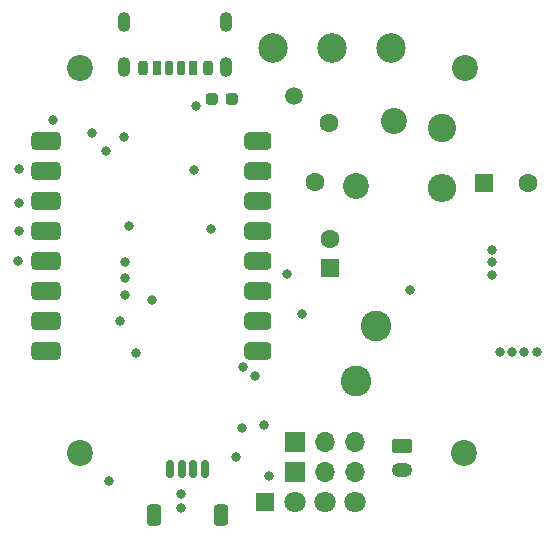
<source format=gbr>
%TF.GenerationSoftware,KiCad,Pcbnew,8.0.8*%
%TF.CreationDate,2025-02-25T00:33:20+03:00*%
%TF.ProjectId,SMHome_UniversalRound_ESP32_C3_Mini_v3,534d486f-6d65-45f5-956e-697665727361,12*%
%TF.SameCoordinates,Original*%
%TF.FileFunction,Soldermask,Top*%
%TF.FilePolarity,Negative*%
%FSLAX46Y46*%
G04 Gerber Fmt 4.6, Leading zero omitted, Abs format (unit mm)*
G04 Created by KiCad (PCBNEW 8.0.8) date 2025-02-25 00:33:20*
%MOMM*%
%LPD*%
G01*
G04 APERTURE LIST*
G04 Aperture macros list*
%AMRoundRect*
0 Rectangle with rounded corners*
0 $1 Rounding radius*
0 $2 $3 $4 $5 $6 $7 $8 $9 X,Y pos of 4 corners*
0 Add a 4 corners polygon primitive as box body*
4,1,4,$2,$3,$4,$5,$6,$7,$8,$9,$2,$3,0*
0 Add four circle primitives for the rounded corners*
1,1,$1+$1,$2,$3*
1,1,$1+$1,$4,$5*
1,1,$1+$1,$6,$7*
1,1,$1+$1,$8,$9*
0 Add four rect primitives between the rounded corners*
20,1,$1+$1,$2,$3,$4,$5,0*
20,1,$1+$1,$4,$5,$6,$7,0*
20,1,$1+$1,$6,$7,$8,$9,0*
20,1,$1+$1,$8,$9,$2,$3,0*%
G04 Aperture macros list end*
%ADD10R,1.700000X1.700000*%
%ADD11O,1.700000X1.700000*%
%ADD12C,2.400000*%
%ADD13O,2.400000X2.400000*%
%ADD14RoundRect,0.175000X0.175000X0.425000X-0.175000X0.425000X-0.175000X-0.425000X0.175000X-0.425000X0*%
%ADD15RoundRect,0.190000X-0.190000X-0.410000X0.190000X-0.410000X0.190000X0.410000X-0.190000X0.410000X0*%
%ADD16RoundRect,0.200000X-0.200000X-0.400000X0.200000X-0.400000X0.200000X0.400000X-0.200000X0.400000X0*%
%ADD17RoundRect,0.175000X-0.175000X-0.425000X0.175000X-0.425000X0.175000X0.425000X-0.175000X0.425000X0*%
%ADD18RoundRect,0.190000X0.190000X0.410000X-0.190000X0.410000X-0.190000X-0.410000X0.190000X-0.410000X0*%
%ADD19RoundRect,0.200000X0.200000X0.400000X-0.200000X0.400000X-0.200000X-0.400000X0.200000X-0.400000X0*%
%ADD20O,1.100000X1.700000*%
%ADD21C,2.200000*%
%ADD22RoundRect,0.237500X-0.287500X-0.237500X0.287500X-0.237500X0.287500X0.237500X-0.287500X0.237500X0*%
%ADD23R,1.600000X1.600000*%
%ADD24C,1.600000*%
%ADD25C,2.600000*%
%ADD26RoundRect,0.381000X-0.762000X-0.381000X0.762000X-0.381000X0.762000X0.381000X-0.762000X0.381000X0*%
%ADD27RoundRect,0.381000X-0.869000X-0.381000X0.869000X-0.381000X0.869000X0.381000X-0.869000X0.381000X0*%
%ADD28C,2.500000*%
%ADD29R,1.650000X1.650000*%
%ADD30C,1.800000*%
%ADD31RoundRect,0.150000X-0.150000X-0.625000X0.150000X-0.625000X0.150000X0.625000X-0.150000X0.625000X0*%
%ADD32RoundRect,0.250000X-0.350000X-0.650000X0.350000X-0.650000X0.350000X0.650000X-0.350000X0.650000X0*%
%ADD33RoundRect,0.250000X-0.625000X0.350000X-0.625000X-0.350000X0.625000X-0.350000X0.625000X0.350000X0*%
%ADD34O,1.750000X1.200000*%
%ADD35C,0.800000*%
%ADD36C,1.500000*%
G04 APERTURE END LIST*
D10*
%TO.C,J1*%
X1903600Y-15316200D03*
D11*
X4443600Y-15316200D03*
X6983599Y-15316200D03*
%TD*%
D12*
%TO.C,R5*%
X14376400Y11226800D03*
D13*
X14376400Y6146801D03*
%TD*%
D14*
%TO.C,J7*%
X-7729600Y16300201D03*
D15*
X-9749600Y16300200D03*
D16*
X-10979600Y16300200D03*
D17*
X-8729600Y16300201D03*
D18*
X-6709600Y16300200D03*
D19*
X-5479600Y16300200D03*
D20*
X-3909600Y16380200D03*
X-3909600Y20180200D03*
X-12549600Y16380200D03*
X-12549600Y20180200D03*
%TD*%
D21*
%TO.C,F1*%
X10261600Y11861800D03*
X7061200Y6324600D03*
%TD*%
%TO.C,TP4*%
X16306800Y16281400D03*
%TD*%
D22*
%TO.C,D3*%
X-5142199Y13716000D03*
X-3392201Y13716000D03*
%TD*%
D23*
%TO.C,C5*%
X4876800Y-635000D03*
D24*
X4876800Y1865000D03*
%TD*%
D21*
%TO.C,TP2*%
X16256000Y-16281400D03*
%TD*%
D25*
%TO.C,L1*%
X8788400Y-5511800D03*
X7078299Y-10210263D03*
%TD*%
D23*
%TO.C,C2*%
X17881600Y6578600D03*
D24*
X21681600Y6578600D03*
%TD*%
D21*
%TO.C,TP5*%
X-16256000Y16281400D03*
%TD*%
D26*
%TO.C,U1*%
X-1172700Y-7620000D03*
X-1172700Y-5080000D03*
X-1172700Y-2540000D03*
X-1172700Y-1D03*
X-1172700Y2540001D03*
D27*
X-19172700Y10160000D03*
X-19172700Y7620000D03*
X-19172700Y5080000D03*
X-19172700Y2540001D03*
X-19172700Y-1D03*
X-19172700Y-2540000D03*
X-19172700Y-5080000D03*
X-19172700Y-7620000D03*
D26*
X-1172700Y5080000D03*
X-1172700Y10160000D03*
X-1172700Y7620000D03*
%TD*%
D28*
%TO.C,J4*%
X10080000Y18008600D03*
X5080000Y18008600D03*
X80000Y18008600D03*
%TD*%
D10*
%TO.C,J5*%
X1903600Y-17856200D03*
D11*
X4443600Y-17856200D03*
X6983599Y-17856200D03*
%TD*%
D24*
%TO.C,VR1*%
X3581400Y6669400D03*
X4781400Y11669400D03*
%TD*%
D21*
%TO.C,TP3*%
X-16256000Y-16281400D03*
%TD*%
D29*
%TO.C,J2*%
X-636400Y-20396200D03*
D30*
X1903600Y-20396200D03*
X4443600Y-20396200D03*
X6983600Y-20396200D03*
%TD*%
D31*
%TO.C,J6*%
X-8688200Y-17608800D03*
X-7688200Y-17608800D03*
X-6688200Y-17608800D03*
X-5688200Y-17608800D03*
D32*
X-9988200Y-21483800D03*
X-4388200Y-21483800D03*
%TD*%
D33*
%TO.C,J8*%
X10998200Y-15697200D03*
D34*
X10998200Y-17697201D03*
%TD*%
D35*
X-12166600Y2946400D03*
X19278600Y-7747000D03*
X18592800Y-127000D03*
X-6502400Y13106400D03*
X21310600Y-7747000D03*
X-13792200Y-18669000D03*
X18592800Y889000D03*
X18592800Y-1193800D03*
X22377400Y-7747000D03*
X20294600Y-7747000D03*
X-2590800Y-14122400D03*
X2510700Y-4521200D03*
X11633200Y-2438400D03*
X-12598400Y10464800D03*
X-6654800Y7721600D03*
X-685800Y-13944600D03*
X-11531600Y-7797800D03*
D36*
X1803400Y13944600D03*
D35*
X-1498600Y-9779000D03*
X-21488400Y4927600D03*
X-21488400Y7772400D03*
X-18567400Y11938000D03*
X-12496800Y-127000D03*
X-12446000Y-1422400D03*
X-12903200Y-5130800D03*
X-12496800Y-2895600D03*
X-2463800Y-8966200D03*
X-10210800Y-3302000D03*
X-254000Y-18262600D03*
X-7696200Y-19786600D03*
X-21437600Y2540000D03*
X-21539200Y0D03*
X-7747000Y-20955000D03*
X-14122400Y9321800D03*
X-3048000Y-16611600D03*
X1244600Y-1117600D03*
X-5181600Y2667000D03*
X-15290800Y10845800D03*
M02*

</source>
